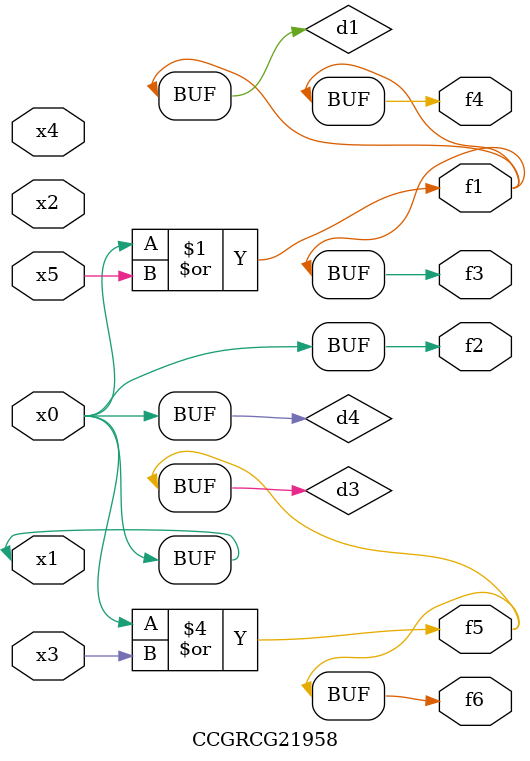
<source format=v>
module CCGRCG21958(
	input x0, x1, x2, x3, x4, x5,
	output f1, f2, f3, f4, f5, f6
);

	wire d1, d2, d3, d4;

	or (d1, x0, x5);
	xnor (d2, x1, x4);
	or (d3, x0, x3);
	buf (d4, x0, x1);
	assign f1 = d1;
	assign f2 = d4;
	assign f3 = d1;
	assign f4 = d1;
	assign f5 = d3;
	assign f6 = d3;
endmodule

</source>
